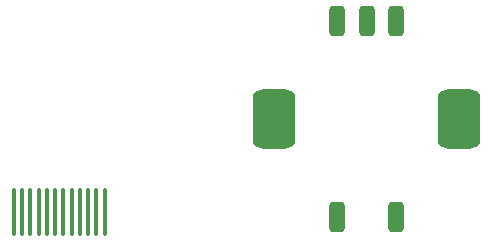
<source format=gbr>
%TF.GenerationSoftware,KiCad,Pcbnew,8.0.5*%
%TF.CreationDate,2024-10-18T10:17:48+02:00*%
%TF.ProjectId,labathome_pcb15,6c616261-7468-46f6-9d65-5f7063623135,rev?*%
%TF.SameCoordinates,Original*%
%TF.FileFunction,Paste,Top*%
%TF.FilePolarity,Positive*%
%FSLAX46Y46*%
G04 Gerber Fmt 4.6, Leading zero omitted, Abs format (unit mm)*
G04 Created by KiCad (PCBNEW 8.0.5) date 2024-10-18 10:17:48*
%MOMM*%
%LPD*%
G01*
G04 APERTURE LIST*
G04 Aperture macros list*
%AMRoundRect*
0 Rectangle with rounded corners*
0 $1 Rounding radius*
0 $2 $3 $4 $5 $6 $7 $8 $9 X,Y pos of 4 corners*
0 Add a 4 corners polygon primitive as box body*
4,1,4,$2,$3,$4,$5,$6,$7,$8,$9,$2,$3,0*
0 Add four circle primitives for the rounded corners*
1,1,$1+$1,$2,$3*
1,1,$1+$1,$4,$5*
1,1,$1+$1,$6,$7*
1,1,$1+$1,$8,$9*
0 Add four rect primitives between the rounded corners*
20,1,$1+$1,$2,$3,$4,$5,0*
20,1,$1+$1,$4,$5,$6,$7,0*
20,1,$1+$1,$6,$7,$8,$9,0*
20,1,$1+$1,$8,$9,$2,$3,0*%
G04 Aperture macros list end*
%ADD10RoundRect,0.087500X0.087500X1.912500X-0.087500X1.912500X-0.087500X-1.912500X0.087500X-1.912500X0*%
%ADD11RoundRect,0.325000X0.325000X0.975000X-0.325000X0.975000X-0.325000X-0.975000X0.325000X-0.975000X0*%
%ADD12RoundRect,0.750000X1.050000X1.750000X-1.050000X1.750000X-1.050000X-1.750000X1.050000X-1.750000X0*%
G04 APERTURE END LIST*
D10*
%TO.C,X2*%
X143230000Y-122110000D03*
X143930000Y-122110000D03*
X144630000Y-122110000D03*
X145330000Y-122110000D03*
X146030000Y-122110000D03*
X146730000Y-122110000D03*
X147430000Y-122110000D03*
X148130000Y-122110000D03*
X148830000Y-122110000D03*
X149530000Y-122110000D03*
X150230000Y-122110000D03*
X150930000Y-122110000D03*
%TD*%
D11*
%TO.C,SW6*%
X175600000Y-105961000D03*
X170600000Y-105961000D03*
X173100000Y-105961000D03*
D12*
X180900000Y-114261000D03*
X165300000Y-114261000D03*
D11*
X175600000Y-122561000D03*
X170600000Y-122561000D03*
%TD*%
M02*

</source>
